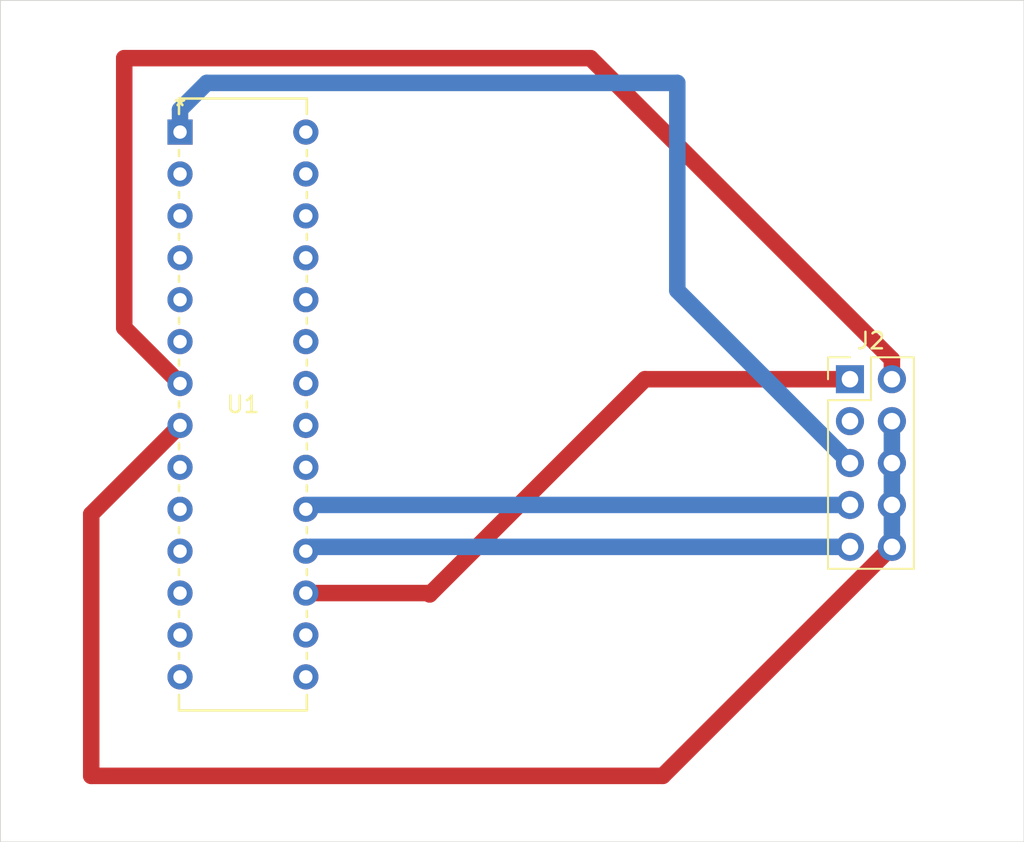
<source format=kicad_pcb>
(kicad_pcb (version 20240108) (generator "pcbnew") (generator_version "8.0")
  (layers (0 "F.Cu" signal) (31 "B.Cu" signal) (34 "B.Paste" user) (35 "F.Paste" user) (36 "B.SilkS" user "B.Silkscreen") (37 "F.SilkS" user "F.Silkscreen") (38 "B.Mask" user) (39 "F.Mask" user) (44 "Edge.Cuts" user))
  (net 0 "")
  (net 24 "VCC")
  (net 25 "GND")
  (net 26 "RST")
  (net 27 "Net-(J2-MISO)")
  (net 28 "Net-(J2-MOSI)")
  (net 29 "SCK")
  (footprint "Connector_PinHeader_2.54mm:PinHeader_2x05_P2.54mm_Vertical" (layer "F.Cu") (at 144.96 67.46)
    (property "Reference" "J2" (at 1.27 -2.33 0) (layer "F.SilkS"))
    (property "Value" "AVR-ISP-10")
    (fp_line (start -1.33 -1.33) (end 0 -1.33) (stroke (width 0.12)) (layer "F.SilkS"))
    (fp_line (start -1.33 0) (end -1.33 -1.33) (stroke (width 0.12)) (layer "F.SilkS"))
    (fp_line (start -1.33 1.27) (end -1.33 11.49) (stroke (width 0.12)) (layer "F.SilkS"))
    (fp_line (start -1.33 1.27) (end 1.27 1.27) (stroke (width 0.12)) (layer "F.SilkS"))
    (fp_line (start -1.33 11.49) (end 3.87 11.49) (stroke (width 0.12)) (layer "F.SilkS"))
    (fp_line (start 1.27 -1.33) (end 3.87 -1.33) (stroke (width 0.12)) (layer "F.SilkS"))
    (fp_line (start 1.27 1.27) (end 1.27 -1.33) (stroke (width 0.12)) (layer "F.SilkS"))
    (fp_line (start 3.87 -1.33) (end 3.87 11.49) (stroke (width 0.12)) (layer "F.SilkS"))
    (pad "1" thru_hole rect (at 0 0) (size 1.7 1.7) (drill 1) (layers "*.Cu" "*.Mask" "In1.Cu" "In2.Cu" "In3.Cu" "In4.Cu" "In5.Cu" "In6.Cu" "In7.Cu" "In8.Cu" "In9.Cu" "In10.Cu" "In11.Cu" "In12.Cu" "In13.Cu" "In14.Cu" "In15.Cu" "In16.Cu" "In17.Cu" "In18.Cu" "In19.Cu" "In20.Cu" "In21.Cu" "In22.Cu" "In23.Cu" "In24.Cu" "In25.Cu" "In26.Cu" "In27.Cu" "In28.Cu" "In29.Cu" "In30.Cu") (net 28 "Net-(J2-MOSI)"))
    (pad "2" thru_hole oval (at 2.54 0) (size 1.7 1.7) (drill 1) (layers "*.Cu" "*.Mask" "In1.Cu" "In2.Cu" "In3.Cu" "In4.Cu" "In5.Cu" "In6.Cu" "In7.Cu" "In8.Cu" "In9.Cu" "In10.Cu" "In11.Cu" "In12.Cu" "In13.Cu" "In14.Cu" "In15.Cu" "In16.Cu" "In17.Cu" "In18.Cu" "In19.Cu" "In20.Cu" "In21.Cu" "In22.Cu" "In23.Cu" "In24.Cu" "In25.Cu" "In26.Cu" "In27.Cu" "In28.Cu" "In29.Cu" "In30.Cu") (net 24 "VCC"))
    (pad "3" thru_hole oval (at 0 2.54) (size 1.7 1.7) (drill 1) (layers "*.Cu" "*.Mask" "In1.Cu" "In2.Cu" "In3.Cu" "In4.Cu" "In5.Cu" "In6.Cu" "In7.Cu" "In8.Cu" "In9.Cu" "In10.Cu" "In11.Cu" "In12.Cu" "In13.Cu" "In14.Cu" "In15.Cu" "In16.Cu" "In17.Cu" "In18.Cu" "In19.Cu" "In20.Cu" "In21.Cu" "In22.Cu" "In23.Cu" "In24.Cu" "In25.Cu" "In26.Cu" "In27.Cu" "In28.Cu" "In29.Cu" "In30.Cu"))
    (pad "4" thru_hole oval (at 2.54 2.54) (size 1.7 1.7) (drill 1) (layers "*.Cu" "*.Mask" "In1.Cu" "In2.Cu" "In3.Cu" "In4.Cu" "In5.Cu" "In6.Cu" "In7.Cu" "In8.Cu" "In9.Cu" "In10.Cu" "In11.Cu" "In12.Cu" "In13.Cu" "In14.Cu" "In15.Cu" "In16.Cu" "In17.Cu" "In18.Cu" "In19.Cu" "In20.Cu" "In21.Cu" "In22.Cu" "In23.Cu" "In24.Cu" "In25.Cu" "In26.Cu" "In27.Cu" "In28.Cu" "In29.Cu" "In30.Cu") (net 25 "GND"))
    (pad "5" thru_hole oval (at 0 5.08) (size 1.7 1.7) (drill 1) (layers "*.Cu" "*.Mask" "In1.Cu" "In2.Cu" "In3.Cu" "In4.Cu" "In5.Cu" "In6.Cu" "In7.Cu" "In8.Cu" "In9.Cu" "In10.Cu" "In11.Cu" "In12.Cu" "In13.Cu" "In14.Cu" "In15.Cu" "In16.Cu" "In17.Cu" "In18.Cu" "In19.Cu" "In20.Cu" "In21.Cu" "In22.Cu" "In23.Cu" "In24.Cu" "In25.Cu" "In26.Cu" "In27.Cu" "In28.Cu" "In29.Cu" "In30.Cu") (net 26 "RST"))
    (pad "6" thru_hole oval (at 2.54 5.08) (size 1.7 1.7) (drill 1) (layers "*.Cu" "*.Mask" "In1.Cu" "In2.Cu" "In3.Cu" "In4.Cu" "In5.Cu" "In6.Cu" "In7.Cu" "In8.Cu" "In9.Cu" "In10.Cu" "In11.Cu" "In12.Cu" "In13.Cu" "In14.Cu" "In15.Cu" "In16.Cu" "In17.Cu" "In18.Cu" "In19.Cu" "In20.Cu" "In21.Cu" "In22.Cu" "In23.Cu" "In24.Cu" "In25.Cu" "In26.Cu" "In27.Cu" "In28.Cu" "In29.Cu" "In30.Cu") (net 25 "GND"))
    (pad "7" thru_hole oval (at 0 7.62) (size 1.7 1.7) (drill 1) (layers "*.Cu" "*.Mask" "In1.Cu" "In2.Cu" "In3.Cu" "In4.Cu" "In5.Cu" "In6.Cu" "In7.Cu" "In8.Cu" "In9.Cu" "In10.Cu" "In11.Cu" "In12.Cu" "In13.Cu" "In14.Cu" "In15.Cu" "In16.Cu" "In17.Cu" "In18.Cu" "In19.Cu" "In20.Cu" "In21.Cu" "In22.Cu" "In23.Cu" "In24.Cu" "In25.Cu" "In26.Cu" "In27.Cu" "In28.Cu" "In29.Cu" "In30.Cu") (net 29 "SCK"))
    (pad "8" thru_hole oval (at 2.54 7.62) (size 1.7 1.7) (drill 1) (layers "*.Cu" "*.Mask" "In1.Cu" "In2.Cu" "In3.Cu" "In4.Cu" "In5.Cu" "In6.Cu" "In7.Cu" "In8.Cu" "In9.Cu" "In10.Cu" "In11.Cu" "In12.Cu" "In13.Cu" "In14.Cu" "In15.Cu" "In16.Cu" "In17.Cu" "In18.Cu" "In19.Cu" "In20.Cu" "In21.Cu" "In22.Cu" "In23.Cu" "In24.Cu" "In25.Cu" "In26.Cu" "In27.Cu" "In28.Cu" "In29.Cu" "In30.Cu") (net 25 "GND"))
    (pad "9" thru_hole oval (at 0 10.16) (size 1.7 1.7) (drill 1) (layers "*.Cu" "*.Mask" "In1.Cu" "In2.Cu" "In3.Cu" "In4.Cu" "In5.Cu" "In6.Cu" "In7.Cu" "In8.Cu" "In9.Cu" "In10.Cu" "In11.Cu" "In12.Cu" "In13.Cu" "In14.Cu" "In15.Cu" "In16.Cu" "In17.Cu" "In18.Cu" "In19.Cu" "In20.Cu" "In21.Cu" "In22.Cu" "In23.Cu" "In24.Cu" "In25.Cu" "In26.Cu" "In27.Cu" "In28.Cu" "In29.Cu" "In30.Cu") (net 27 "Net-(J2-MISO)"))
    (pad "10" thru_hole oval (at 2.54 10.16) (size 1.7 1.7) (drill 1) (layers "*.Cu" "*.Mask" "In1.Cu" "In2.Cu" "In3.Cu" "In4.Cu" "In5.Cu" "In6.Cu" "In7.Cu" "In8.Cu" "In9.Cu" "In10.Cu" "In11.Cu" "In12.Cu" "In13.Cu" "In14.Cu" "In15.Cu" "In16.Cu" "In17.Cu" "In18.Cu" "In19.Cu" "In20.Cu" "In21.Cu" "In22.Cu" "In23.Cu" "In24.Cu" "In25.Cu" "In26.Cu" "In27.Cu" "In28.Cu" "In29.Cu" "In30.Cu") (net 25 "GND"))
  )
  (footprint "MCU_JCTZ_Atmega88A:28P3_ATM" (layer "F.Cu") (at 104.38 52.48)
    (property "Reference" "U1" (at 3.81 16.51 0) (layer "F.SilkS"))
    (property "Value" "ATMEGA88A-PU")
    (fp_line (start -0.0635 -2.032) (end -0.0635 -1.09474) (stroke (width 0.1524)) (layer "F.SilkS"))
    (fp_line (start -0.0635 1.09474) (end -0.0635 1.447103) (stroke (width 0.1524)) (layer "F.SilkS"))
    (fp_line (start -0.0635 3.632897) (end -0.0635 3.987103) (stroke (width 0.1524)) (layer "F.SilkS"))
    (fp_line (start -0.0635 6.172897) (end -0.0635 6.527103) (stroke (width 0.1524)) (layer "F.SilkS"))
    (fp_line (start -0.0635 8.712897) (end -0.0635 9.067103) (stroke (width 0.1524)) (layer "F.SilkS"))
    (fp_line (start -0.0635 11.252897) (end -0.0635 11.607103) (stroke (width 0.1524)) (layer "F.SilkS"))
    (fp_line (start -0.0635 13.792897) (end -0.0635 14.147103) (stroke (width 0.1524)) (layer "F.SilkS"))
    (fp_line (start -0.0635 16.332897) (end -0.0635 16.687103) (stroke (width 0.1524)) (layer "F.SilkS"))
    (fp_line (start -0.0635 18.872897) (end -0.0635 19.227103) (stroke (width 0.1524)) (layer "F.SilkS"))
    (fp_line (start -0.0635 21.412897) (end -0.0635 21.767103) (stroke (width 0.1524)) (layer "F.SilkS"))
    (fp_line (start -0.0635 23.952897) (end -0.0635 24.307103) (stroke (width 0.1524)) (layer "F.SilkS"))
    (fp_line (start -0.0635 26.492897) (end -0.0635 26.847103) (stroke (width 0.1524)) (layer "F.SilkS"))
    (fp_line (start -0.0635 29.032897) (end -0.0635 29.387103) (stroke (width 0.1524)) (layer "F.SilkS"))
    (fp_line (start -0.0635 31.572897) (end -0.0635 31.927103) (stroke (width 0.1524)) (layer "F.SilkS"))
    (fp_line (start -0.0635 34.112897) (end -0.0635 35.052) (stroke (width 0.1524)) (layer "F.SilkS"))
    (fp_line (start -0.0635 35.052) (end 7.6835 35.052) (stroke (width 0.1524)) (layer "F.SilkS"))
    (fp_line (start 7.6835 -2.032) (end -0.0635 -2.032) (stroke (width 0.1524)) (layer "F.SilkS"))
    (fp_line (start 7.6835 -1.092897) (end 7.6835 -2.032) (stroke (width 0.1524)) (layer "F.SilkS"))
    (fp_line (start 7.6835 1.447103) (end 7.6835 1.092897) (stroke (width 0.1524)) (layer "F.SilkS"))
    (fp_line (start 7.6835 3.987103) (end 7.6835 3.632897) (stroke (width 0.1524)) (layer "F.SilkS"))
    (fp_line (start 7.6835 6.527103) (end 7.6835 6.172897) (stroke (width 0.1524)) (layer "F.SilkS"))
    (fp_line (start 7.6835 9.067103) (end 7.6835 8.712897) (stroke (width 0.1524)) (layer "F.SilkS"))
    (fp_line (start 7.6835 11.607103) (end 7.6835 11.252897) (stroke (width 0.1524)) (layer "F.SilkS"))
    (fp_line (start 7.6835 14.147103) (end 7.6835 13.792897) (stroke (width 0.1524)) (layer "F.SilkS"))
    (fp_line (start 7.6835 16.687103) (end 7.6835 16.332897) (stroke (width 0.1524)) (layer "F.SilkS"))
    (fp_line (start 7.6835 19.227103) (end 7.6835 18.872897) (stroke (width 0.1524)) (layer "F.SilkS"))
    (fp_line (start 7.6835 21.767103) (end 7.6835 21.412897) (stroke (width 0.1524)) (layer "F.SilkS"))
    (fp_line (start 7.6835 24.307103) (end 7.6835 23.952897) (stroke (width 0.1524)) (layer "F.SilkS"))
    (fp_line (start 7.6835 26.847103) (end 7.6835 26.492897) (stroke (width 0.1524)) (layer "F.SilkS"))
    (fp_line (start 7.6835 29.387103) (end 7.6835 29.032897) (stroke (width 0.1524)) (layer "F.SilkS"))
    (fp_line (start 7.6835 31.927103) (end 7.6835 31.572897) (stroke (width 0.1524)) (layer "F.SilkS"))
    (fp_line (start 7.6835 35.052) (end 7.6835 34.112897) (stroke (width 0.1524)) (layer "F.SilkS"))
    (fp_text user "*" (at 0 -1.524 0) (layer "F.SilkS"))
    (fp_text user "*" (at 0 -1.524 0) (layer "F.SilkS"))
    (pad "1" thru_hole rect (at 0 0) (size 1.524 1.524) (drill 0.8128) (layers "*.Cu" "*.Mask" "In1.Cu" "In2.Cu" "In3.Cu" "In4.Cu" "In5.Cu" "In6.Cu" "In7.Cu" "In8.Cu" "In9.Cu" "In10.Cu" "In11.Cu" "In12.Cu" "In13.Cu" "In14.Cu" "In15.Cu" "In16.Cu" "In17.Cu" "In18.Cu" "In19.Cu" "In20.Cu" "In21.Cu" "In22.Cu" "In23.Cu" "In24.Cu" "In25.Cu" "In26.Cu" "In27.Cu" "In28.Cu" "In29.Cu" "In30.Cu") (net 26 "RST"))
    (pad "2" thru_hole circle (at 0 2.54) (size 1.524 1.524) (drill 0.8128) (layers "*.Cu" "*.Mask" "In1.Cu" "In2.Cu" "In3.Cu" "In4.Cu" "In5.Cu" "In6.Cu" "In7.Cu" "In8.Cu" "In9.Cu" "In10.Cu" "In11.Cu" "In12.Cu" "In13.Cu" "In14.Cu" "In15.Cu" "In16.Cu" "In17.Cu" "In18.Cu" "In19.Cu" "In20.Cu" "In21.Cu" "In22.Cu" "In23.Cu" "In24.Cu" "In25.Cu" "In26.Cu" "In27.Cu" "In28.Cu" "In29.Cu" "In30.Cu"))
    (pad "3" thru_hole circle (at 0 5.08) (size 1.524 1.524) (drill 0.8128) (layers "*.Cu" "*.Mask" "In1.Cu" "In2.Cu" "In3.Cu" "In4.Cu" "In5.Cu" "In6.Cu" "In7.Cu" "In8.Cu" "In9.Cu" "In10.Cu" "In11.Cu" "In12.Cu" "In13.Cu" "In14.Cu" "In15.Cu" "In16.Cu" "In17.Cu" "In18.Cu" "In19.Cu" "In20.Cu" "In21.Cu" "In22.Cu" "In23.Cu" "In24.Cu" "In25.Cu" "In26.Cu" "In27.Cu" "In28.Cu" "In29.Cu" "In30.Cu"))
    (pad "4" thru_hole circle (at 0 7.62) (size 1.524 1.524) (drill 0.8128) (layers "*.Cu" "*.Mask" "In1.Cu" "In2.Cu" "In3.Cu" "In4.Cu" "In5.Cu" "In6.Cu" "In7.Cu" "In8.Cu" "In9.Cu" "In10.Cu" "In11.Cu" "In12.Cu" "In13.Cu" "In14.Cu" "In15.Cu" "In16.Cu" "In17.Cu" "In18.Cu" "In19.Cu" "In20.Cu" "In21.Cu" "In22.Cu" "In23.Cu" "In24.Cu" "In25.Cu" "In26.Cu" "In27.Cu" "In28.Cu" "In29.Cu" "In30.Cu"))
    (pad "5" thru_hole circle (at 0 10.16) (size 1.524 1.524) (drill 0.8128) (layers "*.Cu" "*.Mask" "In1.Cu" "In2.Cu" "In3.Cu" "In4.Cu" "In5.Cu" "In6.Cu" "In7.Cu" "In8.Cu" "In9.Cu" "In10.Cu" "In11.Cu" "In12.Cu" "In13.Cu" "In14.Cu" "In15.Cu" "In16.Cu" "In17.Cu" "In18.Cu" "In19.Cu" "In20.Cu" "In21.Cu" "In22.Cu" "In23.Cu" "In24.Cu" "In25.Cu" "In26.Cu" "In27.Cu" "In28.Cu" "In29.Cu" "In30.Cu"))
    (pad "6" thru_hole circle (at 0 12.7) (size 1.524 1.524) (drill 0.8128) (layers "*.Cu" "*.Mask" "In1.Cu" "In2.Cu" "In3.Cu" "In4.Cu" "In5.Cu" "In6.Cu" "In7.Cu" "In8.Cu" "In9.Cu" "In10.Cu" "In11.Cu" "In12.Cu" "In13.Cu" "In14.Cu" "In15.Cu" "In16.Cu" "In17.Cu" "In18.Cu" "In19.Cu" "In20.Cu" "In21.Cu" "In22.Cu" "In23.Cu" "In24.Cu" "In25.Cu" "In26.Cu" "In27.Cu" "In28.Cu" "In29.Cu" "In30.Cu"))
    (pad "7" thru_hole circle (at 0 15.24) (size 1.524 1.524) (drill 0.8128) (layers "*.Cu" "*.Mask" "In1.Cu" "In2.Cu" "In3.Cu" "In4.Cu" "In5.Cu" "In6.Cu" "In7.Cu" "In8.Cu" "In9.Cu" "In10.Cu" "In11.Cu" "In12.Cu" "In13.Cu" "In14.Cu" "In15.Cu" "In16.Cu" "In17.Cu" "In18.Cu" "In19.Cu" "In20.Cu" "In21.Cu" "In22.Cu" "In23.Cu" "In24.Cu" "In25.Cu" "In26.Cu" "In27.Cu" "In28.Cu" "In29.Cu" "In30.Cu") (net 24 "VCC"))
    (pad "8" thru_hole circle (at 0 17.78) (size 1.524 1.524) (drill 0.8128) (layers "*.Cu" "*.Mask" "In1.Cu" "In2.Cu" "In3.Cu" "In4.Cu" "In5.Cu" "In6.Cu" "In7.Cu" "In8.Cu" "In9.Cu" "In10.Cu" "In11.Cu" "In12.Cu" "In13.Cu" "In14.Cu" "In15.Cu" "In16.Cu" "In17.Cu" "In18.Cu" "In19.Cu" "In20.Cu" "In21.Cu" "In22.Cu" "In23.Cu" "In24.Cu" "In25.Cu" "In26.Cu" "In27.Cu" "In28.Cu" "In29.Cu" "In30.Cu") (net 25 "GND"))
    (pad "9" thru_hole circle (at 0 20.32) (size 1.524 1.524) (drill 0.8128) (layers "*.Cu" "*.Mask" "In1.Cu" "In2.Cu" "In3.Cu" "In4.Cu" "In5.Cu" "In6.Cu" "In7.Cu" "In8.Cu" "In9.Cu" "In10.Cu" "In11.Cu" "In12.Cu" "In13.Cu" "In14.Cu" "In15.Cu" "In16.Cu" "In17.Cu" "In18.Cu" "In19.Cu" "In20.Cu" "In21.Cu" "In22.Cu" "In23.Cu" "In24.Cu" "In25.Cu" "In26.Cu" "In27.Cu" "In28.Cu" "In29.Cu" "In30.Cu"))
    (pad "10" thru_hole circle (at 0 22.86) (size 1.524 1.524) (drill 0.8128) (layers "*.Cu" "*.Mask" "In1.Cu" "In2.Cu" "In3.Cu" "In4.Cu" "In5.Cu" "In6.Cu" "In7.Cu" "In8.Cu" "In9.Cu" "In10.Cu" "In11.Cu" "In12.Cu" "In13.Cu" "In14.Cu" "In15.Cu" "In16.Cu" "In17.Cu" "In18.Cu" "In19.Cu" "In20.Cu" "In21.Cu" "In22.Cu" "In23.Cu" "In24.Cu" "In25.Cu" "In26.Cu" "In27.Cu" "In28.Cu" "In29.Cu" "In30.Cu"))
    (pad "11" thru_hole circle (at 0 25.4) (size 1.524 1.524) (drill 0.8128) (layers "*.Cu" "*.Mask" "In1.Cu" "In2.Cu" "In3.Cu" "In4.Cu" "In5.Cu" "In6.Cu" "In7.Cu" "In8.Cu" "In9.Cu" "In10.Cu" "In11.Cu" "In12.Cu" "In13.Cu" "In14.Cu" "In15.Cu" "In16.Cu" "In17.Cu" "In18.Cu" "In19.Cu" "In20.Cu" "In21.Cu" "In22.Cu" "In23.Cu" "In24.Cu" "In25.Cu" "In26.Cu" "In27.Cu" "In28.Cu" "In29.Cu" "In30.Cu"))
    (pad "12" thru_hole circle (at 0 27.94) (size 1.524 1.524) (drill 0.8128) (layers "*.Cu" "*.Mask" "In1.Cu" "In2.Cu" "In3.Cu" "In4.Cu" "In5.Cu" "In6.Cu" "In7.Cu" "In8.Cu" "In9.Cu" "In10.Cu" "In11.Cu" "In12.Cu" "In13.Cu" "In14.Cu" "In15.Cu" "In16.Cu" "In17.Cu" "In18.Cu" "In19.Cu" "In20.Cu" "In21.Cu" "In22.Cu" "In23.Cu" "In24.Cu" "In25.Cu" "In26.Cu" "In27.Cu" "In28.Cu" "In29.Cu" "In30.Cu"))
    (pad "13" thru_hole circle (at 0 30.48) (size 1.524 1.524) (drill 0.8128) (layers "*.Cu" "*.Mask" "In1.Cu" "In2.Cu" "In3.Cu" "In4.Cu" "In5.Cu" "In6.Cu" "In7.Cu" "In8.Cu" "In9.Cu" "In10.Cu" "In11.Cu" "In12.Cu" "In13.Cu" "In14.Cu" "In15.Cu" "In16.Cu" "In17.Cu" "In18.Cu" "In19.Cu" "In20.Cu" "In21.Cu" "In22.Cu" "In23.Cu" "In24.Cu" "In25.Cu" "In26.Cu" "In27.Cu" "In28.Cu" "In29.Cu" "In30.Cu"))
    (pad "14" thru_hole circle (at 0 33.02) (size 1.524 1.524) (drill 0.8128) (layers "*.Cu" "*.Mask" "In1.Cu" "In2.Cu" "In3.Cu" "In4.Cu" "In5.Cu" "In6.Cu" "In7.Cu" "In8.Cu" "In9.Cu" "In10.Cu" "In11.Cu" "In12.Cu" "In13.Cu" "In14.Cu" "In15.Cu" "In16.Cu" "In17.Cu" "In18.Cu" "In19.Cu" "In20.Cu" "In21.Cu" "In22.Cu" "In23.Cu" "In24.Cu" "In25.Cu" "In26.Cu" "In27.Cu" "In28.Cu" "In29.Cu" "In30.Cu"))
    (pad "15" thru_hole circle (at 7.62 33.02) (size 1.524 1.524) (drill 0.8128) (layers "*.Cu" "*.Mask" "In1.Cu" "In2.Cu" "In3.Cu" "In4.Cu" "In5.Cu" "In6.Cu" "In7.Cu" "In8.Cu" "In9.Cu" "In10.Cu" "In11.Cu" "In12.Cu" "In13.Cu" "In14.Cu" "In15.Cu" "In16.Cu" "In17.Cu" "In18.Cu" "In19.Cu" "In20.Cu" "In21.Cu" "In22.Cu" "In23.Cu" "In24.Cu" "In25.Cu" "In26.Cu" "In27.Cu" "In28.Cu" "In29.Cu" "In30.Cu"))
    (pad "16" thru_hole circle (at 7.62 30.48) (size 1.524 1.524) (drill 0.8128) (layers "*.Cu" "*.Mask" "In1.Cu" "In2.Cu" "In3.Cu" "In4.Cu" "In5.Cu" "In6.Cu" "In7.Cu" "In8.Cu" "In9.Cu" "In10.Cu" "In11.Cu" "In12.Cu" "In13.Cu" "In14.Cu" "In15.Cu" "In16.Cu" "In17.Cu" "In18.Cu" "In19.Cu" "In20.Cu" "In21.Cu" "In22.Cu" "In23.Cu" "In24.Cu" "In25.Cu" "In26.Cu" "In27.Cu" "In28.Cu" "In29.Cu" "In30.Cu"))
    (pad "17" thru_hole circle (at 7.62 27.94) (size 1.524 1.524) (drill 0.8128) (layers "*.Cu" "*.Mask" "In1.Cu" "In2.Cu" "In3.Cu" "In4.Cu" "In5.Cu" "In6.Cu" "In7.Cu" "In8.Cu" "In9.Cu" "In10.Cu" "In11.Cu" "In12.Cu" "In13.Cu" "In14.Cu" "In15.Cu" "In16.Cu" "In17.Cu" "In18.Cu" "In19.Cu" "In20.Cu" "In21.Cu" "In22.Cu" "In23.Cu" "In24.Cu" "In25.Cu" "In26.Cu" "In27.Cu" "In28.Cu" "In29.Cu" "In30.Cu") (net 28 "Net-(J2-MOSI)"))
    (pad "18" thru_hole circle (at 7.62 25.4) (size 1.524 1.524) (drill 0.8128) (layers "*.Cu" "*.Mask" "In1.Cu" "In2.Cu" "In3.Cu" "In4.Cu" "In5.Cu" "In6.Cu" "In7.Cu" "In8.Cu" "In9.Cu" "In10.Cu" "In11.Cu" "In12.Cu" "In13.Cu" "In14.Cu" "In15.Cu" "In16.Cu" "In17.Cu" "In18.Cu" "In19.Cu" "In20.Cu" "In21.Cu" "In22.Cu" "In23.Cu" "In24.Cu" "In25.Cu" "In26.Cu" "In27.Cu" "In28.Cu" "In29.Cu" "In30.Cu") (net 27 "Net-(J2-MISO)"))
    (pad "19" thru_hole circle (at 7.62 22.86) (size 1.524 1.524) (drill 0.8128) (layers "*.Cu" "*.Mask" "In1.Cu" "In2.Cu" "In3.Cu" "In4.Cu" "In5.Cu" "In6.Cu" "In7.Cu" "In8.Cu" "In9.Cu" "In10.Cu" "In11.Cu" "In12.Cu" "In13.Cu" "In14.Cu" "In15.Cu" "In16.Cu" "In17.Cu" "In18.Cu" "In19.Cu" "In20.Cu" "In21.Cu" "In22.Cu" "In23.Cu" "In24.Cu" "In25.Cu" "In26.Cu" "In27.Cu" "In28.Cu" "In29.Cu" "In30.Cu") (net 29 "SCK"))
    (pad "20" thru_hole circle (at 7.62 20.32) (size 1.524 1.524) (drill 0.8128) (layers "*.Cu" "*.Mask" "In1.Cu" "In2.Cu" "In3.Cu" "In4.Cu" "In5.Cu" "In6.Cu" "In7.Cu" "In8.Cu" "In9.Cu" "In10.Cu" "In11.Cu" "In12.Cu" "In13.Cu" "In14.Cu" "In15.Cu" "In16.Cu" "In17.Cu" "In18.Cu" "In19.Cu" "In20.Cu" "In21.Cu" "In22.Cu" "In23.Cu" "In24.Cu" "In25.Cu" "In26.Cu" "In27.Cu" "In28.Cu" "In29.Cu" "In30.Cu"))
    (pad "21" thru_hole circle (at 7.62 17.78) (size 1.524 1.524) (drill 0.8128) (layers "*.Cu" "*.Mask" "In1.Cu" "In2.Cu" "In3.Cu" "In4.Cu" "In5.Cu" "In6.Cu" "In7.Cu" "In8.Cu" "In9.Cu" "In10.Cu" "In11.Cu" "In12.Cu" "In13.Cu" "In14.Cu" "In15.Cu" "In16.Cu" "In17.Cu" "In18.Cu" "In19.Cu" "In20.Cu" "In21.Cu" "In22.Cu" "In23.Cu" "In24.Cu" "In25.Cu" "In26.Cu" "In27.Cu" "In28.Cu" "In29.Cu" "In30.Cu"))
    (pad "22" thru_hole circle (at 7.62 15.24) (size 1.524 1.524) (drill 0.8128) (layers "*.Cu" "*.Mask" "In1.Cu" "In2.Cu" "In3.Cu" "In4.Cu" "In5.Cu" "In6.Cu" "In7.Cu" "In8.Cu" "In9.Cu" "In10.Cu" "In11.Cu" "In12.Cu" "In13.Cu" "In14.Cu" "In15.Cu" "In16.Cu" "In17.Cu" "In18.Cu" "In19.Cu" "In20.Cu" "In21.Cu" "In22.Cu" "In23.Cu" "In24.Cu" "In25.Cu" "In26.Cu" "In27.Cu" "In28.Cu" "In29.Cu" "In30.Cu"))
    (pad "23" thru_hole circle (at 7.62 12.7) (size 1.524 1.524) (drill 0.8128) (layers "*.Cu" "*.Mask" "In1.Cu" "In2.Cu" "In3.Cu" "In4.Cu" "In5.Cu" "In6.Cu" "In7.Cu" "In8.Cu" "In9.Cu" "In10.Cu" "In11.Cu" "In12.Cu" "In13.Cu" "In14.Cu" "In15.Cu" "In16.Cu" "In17.Cu" "In18.Cu" "In19.Cu" "In20.Cu" "In21.Cu" "In22.Cu" "In23.Cu" "In24.Cu" "In25.Cu" "In26.Cu" "In27.Cu" "In28.Cu" "In29.Cu" "In30.Cu"))
    (pad "24" thru_hole circle (at 7.62 10.16) (size 1.524 1.524) (drill 0.8128) (layers "*.Cu" "*.Mask" "In1.Cu" "In2.Cu" "In3.Cu" "In4.Cu" "In5.Cu" "In6.Cu" "In7.Cu" "In8.Cu" "In9.Cu" "In10.Cu" "In11.Cu" "In12.Cu" "In13.Cu" "In14.Cu" "In15.Cu" "In16.Cu" "In17.Cu" "In18.Cu" "In19.Cu" "In20.Cu" "In21.Cu" "In22.Cu" "In23.Cu" "In24.Cu" "In25.Cu" "In26.Cu" "In27.Cu" "In28.Cu" "In29.Cu" "In30.Cu"))
    (pad "25" thru_hole circle (at 7.62 7.62) (size 1.524 1.524) (drill 0.8128) (layers "*.Cu" "*.Mask" "In1.Cu" "In2.Cu" "In3.Cu" "In4.Cu" "In5.Cu" "In6.Cu" "In7.Cu" "In8.Cu" "In9.Cu" "In10.Cu" "In11.Cu" "In12.Cu" "In13.Cu" "In14.Cu" "In15.Cu" "In16.Cu" "In17.Cu" "In18.Cu" "In19.Cu" "In20.Cu" "In21.Cu" "In22.Cu" "In23.Cu" "In24.Cu" "In25.Cu" "In26.Cu" "In27.Cu" "In28.Cu" "In29.Cu" "In30.Cu"))
    (pad "26" thru_hole circle (at 7.62 5.08) (size 1.524 1.524) (drill 0.8128) (layers "*.Cu" "*.Mask" "In1.Cu" "In2.Cu" "In3.Cu" "In4.Cu" "In5.Cu" "In6.Cu" "In7.Cu" "In8.Cu" "In9.Cu" "In10.Cu" "In11.Cu" "In12.Cu" "In13.Cu" "In14.Cu" "In15.Cu" "In16.Cu" "In17.Cu" "In18.Cu" "In19.Cu" "In20.Cu" "In21.Cu" "In22.Cu" "In23.Cu" "In24.Cu" "In25.Cu" "In26.Cu" "In27.Cu" "In28.Cu" "In29.Cu" "In30.Cu"))
    (pad "27" thru_hole circle (at 7.62 2.54) (size 1.524 1.524) (drill 0.8128) (layers "*.Cu" "*.Mask" "In1.Cu" "In2.Cu" "In3.Cu" "In4.Cu" "In5.Cu" "In6.Cu" "In7.Cu" "In8.Cu" "In9.Cu" "In10.Cu" "In11.Cu" "In12.Cu" "In13.Cu" "In14.Cu" "In15.Cu" "In16.Cu" "In17.Cu" "In18.Cu" "In19.Cu" "In20.Cu" "In21.Cu" "In22.Cu" "In23.Cu" "In24.Cu" "In25.Cu" "In26.Cu" "In27.Cu" "In28.Cu" "In29.Cu" "In30.Cu"))
    (pad "28" thru_hole circle (at 7.62 0) (size 1.524 1.524) (drill 0.8128) (layers "*.Cu" "*.Mask" "In1.Cu" "In2.Cu" "In3.Cu" "In4.Cu" "In5.Cu" "In6.Cu" "In7.Cu" "In8.Cu" "In9.Cu" "In10.Cu" "In11.Cu" "In12.Cu" "In13.Cu" "In14.Cu" "In15.Cu" "In16.Cu" "In17.Cu" "In18.Cu" "In19.Cu" "In20.Cu" "In21.Cu" "In22.Cu" "In23.Cu" "In24.Cu" "In25.Cu" "In26.Cu" "In27.Cu" "In28.Cu" "In29.Cu" "In30.Cu"))
  )
  (gr_rect (start 93.5 44.5) (end 155.5 95.5) (stroke (width 0.05)) (fill none) (layer "Edge.Cuts"))
  (segment (start 101 48) (end 101 64.34) (width 1) (layer "F.Cu") (net 24))
  (segment (start 147.5 66.257919) (end 129.242081 48) (width 1) (layer "F.Cu") (net 24))
  (segment (start 147.5 67.46) (end 147.5 66.257919) (width 1) (layer "F.Cu") (net 24))
  (segment (start 129.242081 48) (end 101 48) (width 1) (layer "F.Cu") (net 24))
  (segment (start 101 64.34) (end 104.38 67.72) (width 1) (layer "F.Cu") (net 24))
  (segment (start 99 91.5) (end 99 75.64) (width 1) (layer "F.Cu") (net 25))
  (segment (start 133.62 91.5) (end 99 91.5) (width 1) (layer "F.Cu") (net 25))
  (segment (start 147.5 77.62) (end 133.62 91.5) (width 1) (layer "F.Cu") (net 25))
  (segment (start 99 75.64) (end 104.38 70.26) (width 1) (layer "F.Cu") (net 25))
  (segment (start 147.5 77.62) (end 147.5 75.08) (width 1) (layer "B.Cu") (net 25))
  (segment (start 147.5 75.08) (end 147.5 72.54) (width 1) (layer "B.Cu") (net 25))
  (segment (start 147.5 72.54) (end 147.5 70) (width 1) (layer "B.Cu") (net 25))
  (segment (start 106 49.5) (end 134.5 49.5) (width 1) (layer "B.Cu") (net 26))
  (segment (start 134.5 49.5) (end 134.5 62.08) (width 1) (layer "B.Cu") (net 26))
  (segment (start 104.38 51.12) (end 106 49.5) (width 1) (layer "B.Cu") (net 26))
  (segment (start 134.5 62.08) (end 144.96 72.54) (width 1) (layer "B.Cu") (net 26))
  (segment (start 104.38 52.48) (end 104.38 51.12) (width 1) (layer "B.Cu") (net 26))
  (segment (start 144.96 77.62) (end 112.26 77.62) (width 1) (layer "B.Cu") (net 27))
  (segment (start 112.26 77.62) (end 112 77.88) (width 1) (layer "B.Cu") (net 27))
  (segment (start 144.96 67.46) (end 132.54 67.46) (width 1) (layer "F.Cu") (net 28))
  (segment (start 119.5 80.5) (end 119.42 80.42) (width 1) (layer "F.Cu") (net 28))
  (segment (start 132.54 67.46) (end 119.5 80.5) (width 1) (layer "F.Cu") (net 28))
  (segment (start 119.42 80.42) (end 112 80.42) (width 1) (layer "F.Cu") (net 28))
  (segment (start 144.96 75.08) (end 112.26 75.08) (width 1) (layer "B.Cu") (net 29))
  (segment (start 112.26 75.08) (end 112 75.34) (width 1) (layer "B.Cu") (net 29))
)
</source>
